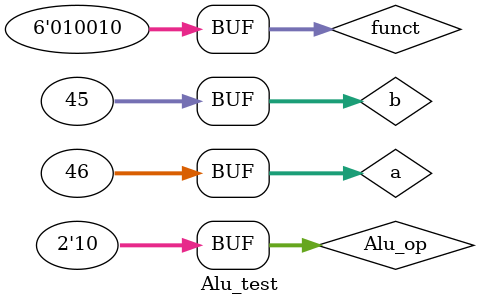
<source format=sv>
`timescale 1ns / 1ps


module Alu_test;

	// Inputs
	logic [31:0] a;
	logic [31:0] b;
	logic [1:0] Alu_op;
	logic [5:0] funct;

	// Outputs
	logic zero;
	logic [31:0] result;

	// Instantiate the Unit Under Test (UUT)
	Alu_final uut (
		.a(a), 
		.b(b), 
		.Alu_op(Alu_op), 
		.funct(funct), 
		.zero(zero), 
		.result(result)
	);

	initial begin
		// Initialize Inputs
		a = 0;
		b = 0;
		Alu_op = 0;
		funct = 0;

		// Wait 100 ns for global reset to finish
		#100;
        
		// Add stimulus here
		
		a = 30;
		b = 30;
		Alu_op = 0;
		funct = 6'b100010;
		#100;

		a = 50;
		b = 50;
		Alu_op = 1;
		funct = 6'b100000;
		#100;
		
		a = 20;
		b = 20;
		Alu_op = 2;
		funct = 6'b100000;
		#100;
		
		a = 20;
		b = 20;
		Alu_op = 2;
		funct = 6'b100010;
		#100;
		
		a = 3;
		b = 2;
		Alu_op = 2;
		funct = 6'b100100;
		#100;
		
		a = 3;
		b = 2;
		Alu_op = 2;
		funct = 6'b100101;
		#100;
		
		a = 45;
		b = 46;
		Alu_op = 2;
		funct = 6'b101010;
		#100;
		
		a = 46;
		b = 45;
		Alu_op = 2;
		funct = 101010;
		#100;


	end
      
endmodule


</source>
